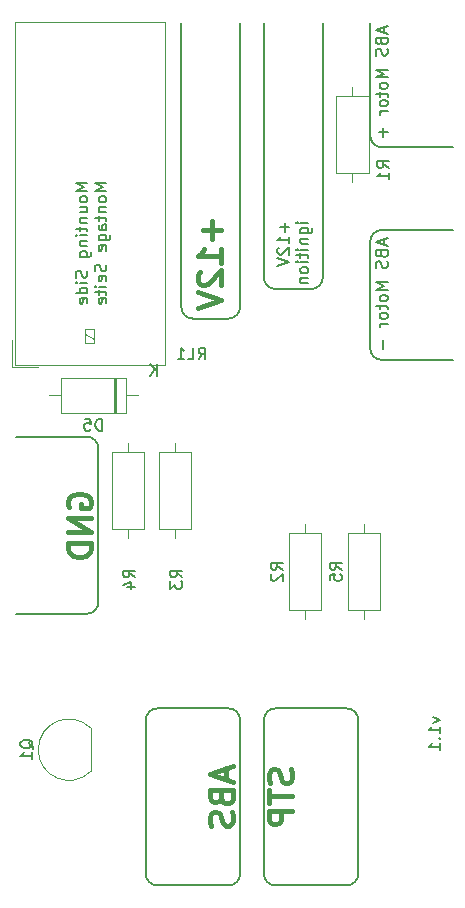
<source format=gbr>
%TF.GenerationSoftware,KiCad,Pcbnew,6.0.5*%
%TF.CreationDate,2022-09-21T01:14:06+02:00*%
%TF.ProjectId,ABS_Simulator_Panel,4142535f-5369-46d7-956c-61746f725f50,1.1*%
%TF.SameCoordinates,Original*%
%TF.FileFunction,Legend,Bot*%
%TF.FilePolarity,Positive*%
%FSLAX46Y46*%
G04 Gerber Fmt 4.6, Leading zero omitted, Abs format (unit mm)*
G04 Created by KiCad (PCBNEW 6.0.5) date 2022-09-21 01:14:06*
%MOMM*%
%LPD*%
G01*
G04 APERTURE LIST*
%ADD10C,0.150000*%
%ADD11C,0.200000*%
%ADD12C,0.400000*%
%ADD13C,0.120000*%
G04 APERTURE END LIST*
D10*
X86785714Y-111240357D02*
X87452380Y-111478452D01*
X86785714Y-111716547D01*
X87452380Y-112621309D02*
X87452380Y-112049880D01*
X87452380Y-112335595D02*
X86452380Y-112335595D01*
X86595238Y-112240357D01*
X86690476Y-112145119D01*
X86738095Y-112049880D01*
X87357142Y-113049880D02*
X87404761Y-113097500D01*
X87452380Y-113049880D01*
X87404761Y-113002261D01*
X87357142Y-113049880D01*
X87452380Y-113049880D01*
X87452380Y-114049880D02*
X87452380Y-113478452D01*
X87452380Y-113764166D02*
X86452380Y-113764166D01*
X86595238Y-113668928D01*
X86690476Y-113573690D01*
X86738095Y-113478452D01*
X70500000Y-111500000D02*
G75*
G03*
X69500000Y-110500000I-1000000J0D01*
G01*
X88500000Y-70000000D02*
X82500000Y-70000000D01*
X63500000Y-110500000D02*
G75*
G03*
X62500000Y-111500000I0J-1000000D01*
G01*
X73500000Y-75000000D02*
X76500000Y-75000000D01*
X81500000Y-52500000D02*
X81500000Y-62000000D01*
X65500000Y-76500000D02*
G75*
G03*
X66500000Y-77500000I1000000J0D01*
G01*
X73500000Y-110500000D02*
X79500000Y-110500000D01*
X73500000Y-125500000D02*
X79500000Y-125500000D01*
X70500000Y-52500000D02*
X70500000Y-76500000D01*
X57500000Y-102500000D02*
G75*
G03*
X58500000Y-101500000I0J1000000D01*
G01*
X63500000Y-125500000D02*
X69500000Y-125500000D01*
X70500000Y-124500000D02*
X70500000Y-111500000D01*
X73500000Y-110500000D02*
G75*
G03*
X72500000Y-111500000I0J-1000000D01*
G01*
X82500000Y-63000000D02*
X88500000Y-63000000D01*
X81500000Y-62000000D02*
G75*
G03*
X82500000Y-63000000I1000000J0D01*
G01*
X88500000Y-81000000D02*
X82500000Y-81000000D01*
X66500000Y-77500000D02*
X69500000Y-77500000D01*
X81500000Y-80000000D02*
G75*
G03*
X82500000Y-81000000I1000000J0D01*
G01*
X51500000Y-102500000D02*
X57500000Y-102500000D01*
X72500000Y-74000000D02*
G75*
G03*
X73500000Y-75000000I1000000J0D01*
G01*
X81500000Y-71000000D02*
X81500000Y-80000000D01*
X58500000Y-88500000D02*
G75*
G03*
X57500000Y-87500000I-1000000J0D01*
G01*
X80500000Y-111500000D02*
G75*
G03*
X79500000Y-110500000I-1000000J0D01*
G01*
X62500000Y-124500000D02*
G75*
G03*
X63500000Y-125500000I1000000J0D01*
G01*
X72500000Y-124500000D02*
X72500000Y-111500000D01*
X72500000Y-124500000D02*
G75*
G03*
X73500000Y-125500000I1000000J0D01*
G01*
X63500000Y-110500000D02*
X69500000Y-110500000D01*
X77500000Y-52500000D02*
X77500000Y-74000000D01*
X65500000Y-52500000D02*
X65500000Y-76500000D01*
X79500000Y-125500000D02*
G75*
G03*
X80500000Y-124500000I0J1000000D01*
G01*
X76500000Y-75000000D02*
G75*
G03*
X77500000Y-74000000I0J1000000D01*
G01*
X51500000Y-87500000D02*
X57500000Y-87500000D01*
X82500000Y-70000000D02*
G75*
G03*
X81500000Y-71000000I0J-1000000D01*
G01*
X72500000Y-52500000D02*
X72500000Y-74000000D01*
X69500000Y-125500000D02*
G75*
G03*
X70500000Y-124500000I0J1000000D01*
G01*
X58500000Y-101500000D02*
X58500000Y-88500000D01*
X69500000Y-77500000D02*
G75*
G03*
X70500000Y-76500000I0J1000000D01*
G01*
X80500000Y-124500000D02*
X80500000Y-111500000D01*
X62500000Y-124500000D02*
X62500000Y-111500000D01*
D11*
X74266428Y-69368095D02*
X74266428Y-70130000D01*
X74647380Y-69749047D02*
X73885476Y-69749047D01*
X74647380Y-71130000D02*
X74647380Y-70558571D01*
X74647380Y-70844285D02*
X73647380Y-70844285D01*
X73790238Y-70749047D01*
X73885476Y-70653809D01*
X73933095Y-70558571D01*
X73742619Y-71510952D02*
X73695000Y-71558571D01*
X73647380Y-71653809D01*
X73647380Y-71891904D01*
X73695000Y-71987142D01*
X73742619Y-72034761D01*
X73837857Y-72082380D01*
X73933095Y-72082380D01*
X74075952Y-72034761D01*
X74647380Y-71463333D01*
X74647380Y-72082380D01*
X73647380Y-72368095D02*
X74647380Y-72701428D01*
X73647380Y-73034761D01*
X76257380Y-69368095D02*
X75590714Y-69368095D01*
X75257380Y-69368095D02*
X75305000Y-69320476D01*
X75352619Y-69368095D01*
X75305000Y-69415714D01*
X75257380Y-69368095D01*
X75352619Y-69368095D01*
X75590714Y-70272857D02*
X76400238Y-70272857D01*
X76495476Y-70225238D01*
X76543095Y-70177619D01*
X76590714Y-70082380D01*
X76590714Y-69939523D01*
X76543095Y-69844285D01*
X76209761Y-70272857D02*
X76257380Y-70177619D01*
X76257380Y-69987142D01*
X76209761Y-69891904D01*
X76162142Y-69844285D01*
X76066904Y-69796666D01*
X75781190Y-69796666D01*
X75685952Y-69844285D01*
X75638333Y-69891904D01*
X75590714Y-69987142D01*
X75590714Y-70177619D01*
X75638333Y-70272857D01*
X75590714Y-70749047D02*
X76257380Y-70749047D01*
X75685952Y-70749047D02*
X75638333Y-70796666D01*
X75590714Y-70891904D01*
X75590714Y-71034761D01*
X75638333Y-71130000D01*
X75733571Y-71177619D01*
X76257380Y-71177619D01*
X76257380Y-71653809D02*
X75590714Y-71653809D01*
X75257380Y-71653809D02*
X75305000Y-71606190D01*
X75352619Y-71653809D01*
X75305000Y-71701428D01*
X75257380Y-71653809D01*
X75352619Y-71653809D01*
X75590714Y-71987142D02*
X75590714Y-72368095D01*
X75257380Y-72130000D02*
X76114523Y-72130000D01*
X76209761Y-72177619D01*
X76257380Y-72272857D01*
X76257380Y-72368095D01*
X76257380Y-72701428D02*
X75590714Y-72701428D01*
X75257380Y-72701428D02*
X75305000Y-72653809D01*
X75352619Y-72701428D01*
X75305000Y-72749047D01*
X75257380Y-72701428D01*
X75352619Y-72701428D01*
X76257380Y-73320476D02*
X76209761Y-73225238D01*
X76162142Y-73177619D01*
X76066904Y-73130000D01*
X75781190Y-73130000D01*
X75685952Y-73177619D01*
X75638333Y-73225238D01*
X75590714Y-73320476D01*
X75590714Y-73463333D01*
X75638333Y-73558571D01*
X75685952Y-73606190D01*
X75781190Y-73653809D01*
X76066904Y-73653809D01*
X76162142Y-73606190D01*
X76209761Y-73558571D01*
X76257380Y-73463333D01*
X76257380Y-73320476D01*
X75590714Y-74082380D02*
X76257380Y-74082380D01*
X75685952Y-74082380D02*
X75638333Y-74130000D01*
X75590714Y-74225238D01*
X75590714Y-74368095D01*
X75638333Y-74463333D01*
X75733571Y-74510952D01*
X76257380Y-74510952D01*
D12*
X56000000Y-93476190D02*
X55904761Y-93285714D01*
X55904761Y-93000000D01*
X56000000Y-92714285D01*
X56190476Y-92523809D01*
X56380952Y-92428571D01*
X56761904Y-92333333D01*
X57047619Y-92333333D01*
X57428571Y-92428571D01*
X57619047Y-92523809D01*
X57809523Y-92714285D01*
X57904761Y-93000000D01*
X57904761Y-93190476D01*
X57809523Y-93476190D01*
X57714285Y-93571428D01*
X57047619Y-93571428D01*
X57047619Y-93190476D01*
X57904761Y-94428571D02*
X55904761Y-94428571D01*
X57904761Y-95571428D01*
X55904761Y-95571428D01*
X57904761Y-96523809D02*
X55904761Y-96523809D01*
X55904761Y-97000000D01*
X56000000Y-97285714D01*
X56190476Y-97476190D01*
X56380952Y-97571428D01*
X56761904Y-97666666D01*
X57047619Y-97666666D01*
X57428571Y-97571428D01*
X57619047Y-97476190D01*
X57809523Y-97285714D01*
X57904761Y-97000000D01*
X57904761Y-96523809D01*
X69333333Y-115571428D02*
X69333333Y-116523809D01*
X69904761Y-115380952D02*
X67904761Y-116047619D01*
X69904761Y-116714285D01*
X68857142Y-118047619D02*
X68952380Y-118333333D01*
X69047619Y-118428571D01*
X69238095Y-118523809D01*
X69523809Y-118523809D01*
X69714285Y-118428571D01*
X69809523Y-118333333D01*
X69904761Y-118142857D01*
X69904761Y-117380952D01*
X67904761Y-117380952D01*
X67904761Y-118047619D01*
X68000000Y-118238095D01*
X68095238Y-118333333D01*
X68285714Y-118428571D01*
X68476190Y-118428571D01*
X68666666Y-118333333D01*
X68761904Y-118238095D01*
X68857142Y-118047619D01*
X68857142Y-117380952D01*
X69809523Y-119285714D02*
X69904761Y-119571428D01*
X69904761Y-120047619D01*
X69809523Y-120238095D01*
X69714285Y-120333333D01*
X69523809Y-120428571D01*
X69333333Y-120428571D01*
X69142857Y-120333333D01*
X69047619Y-120238095D01*
X68952380Y-120047619D01*
X68857142Y-119666666D01*
X68761904Y-119476190D01*
X68666666Y-119380952D01*
X68476190Y-119285714D01*
X68285714Y-119285714D01*
X68095238Y-119380952D01*
X68000000Y-119476190D01*
X67904761Y-119666666D01*
X67904761Y-120142857D01*
X68000000Y-120428571D01*
D11*
X82688329Y-70804128D02*
X82688329Y-71280318D01*
X82974043Y-70708890D02*
X81974043Y-71042223D01*
X82974043Y-71375556D01*
X82450234Y-72042223D02*
X82497853Y-72185080D01*
X82545472Y-72232699D01*
X82640710Y-72280318D01*
X82783567Y-72280318D01*
X82878805Y-72232699D01*
X82926424Y-72185080D01*
X82974043Y-72089842D01*
X82974043Y-71708890D01*
X81974043Y-71708890D01*
X81974043Y-72042223D01*
X82021663Y-72137461D01*
X82069282Y-72185080D01*
X82164520Y-72232699D01*
X82259758Y-72232699D01*
X82354996Y-72185080D01*
X82402615Y-72137461D01*
X82450234Y-72042223D01*
X82450234Y-71708890D01*
X82926424Y-72661271D02*
X82974043Y-72804128D01*
X82974043Y-73042223D01*
X82926424Y-73137461D01*
X82878805Y-73185080D01*
X82783567Y-73232699D01*
X82688329Y-73232699D01*
X82593091Y-73185080D01*
X82545472Y-73137461D01*
X82497853Y-73042223D01*
X82450234Y-72851747D01*
X82402615Y-72756509D01*
X82354996Y-72708890D01*
X82259758Y-72661271D01*
X82164520Y-72661271D01*
X82069282Y-72708890D01*
X82021663Y-72756509D01*
X81974043Y-72851747D01*
X81974043Y-73089842D01*
X82021663Y-73232699D01*
X82974043Y-74423175D02*
X81974043Y-74423175D01*
X82688329Y-74756509D01*
X81974043Y-75089842D01*
X82974043Y-75089842D01*
X82974043Y-75708890D02*
X82926424Y-75613652D01*
X82878805Y-75566033D01*
X82783567Y-75518414D01*
X82497853Y-75518414D01*
X82402615Y-75566033D01*
X82354996Y-75613652D01*
X82307377Y-75708890D01*
X82307377Y-75851747D01*
X82354996Y-75946985D01*
X82402615Y-75994604D01*
X82497853Y-76042223D01*
X82783567Y-76042223D01*
X82878805Y-75994604D01*
X82926424Y-75946985D01*
X82974043Y-75851747D01*
X82974043Y-75708890D01*
X82307377Y-76327937D02*
X82307377Y-76708890D01*
X81974043Y-76470795D02*
X82831186Y-76470795D01*
X82926424Y-76518414D01*
X82974043Y-76613652D01*
X82974043Y-76708890D01*
X82974043Y-77185080D02*
X82926424Y-77089842D01*
X82878805Y-77042223D01*
X82783567Y-76994604D01*
X82497853Y-76994604D01*
X82402615Y-77042223D01*
X82354996Y-77089842D01*
X82307377Y-77185080D01*
X82307377Y-77327937D01*
X82354996Y-77423175D01*
X82402615Y-77470795D01*
X82497853Y-77518414D01*
X82783567Y-77518414D01*
X82878805Y-77470795D01*
X82926424Y-77423175D01*
X82974043Y-77327937D01*
X82974043Y-77185080D01*
X82974043Y-77946985D02*
X82307377Y-77946985D01*
X82497853Y-77946985D02*
X82402615Y-77994604D01*
X82354996Y-78042223D01*
X82307377Y-78137461D01*
X82307377Y-78232699D01*
X82593091Y-79327937D02*
X82593091Y-80089842D01*
D12*
X74809523Y-115666666D02*
X74904761Y-115952380D01*
X74904761Y-116428571D01*
X74809523Y-116619047D01*
X74714285Y-116714285D01*
X74523809Y-116809523D01*
X74333333Y-116809523D01*
X74142857Y-116714285D01*
X74047619Y-116619047D01*
X73952380Y-116428571D01*
X73857142Y-116047619D01*
X73761904Y-115857142D01*
X73666666Y-115761904D01*
X73476190Y-115666666D01*
X73285714Y-115666666D01*
X73095238Y-115761904D01*
X73000000Y-115857142D01*
X72904761Y-116047619D01*
X72904761Y-116523809D01*
X73000000Y-116809523D01*
X72904761Y-117380952D02*
X72904761Y-118523809D01*
X74904761Y-117952380D02*
X72904761Y-117952380D01*
X74904761Y-119190476D02*
X72904761Y-119190476D01*
X72904761Y-119952380D01*
X73000000Y-120142857D01*
X73095238Y-120238095D01*
X73285714Y-120333333D01*
X73571428Y-120333333D01*
X73761904Y-120238095D01*
X73857142Y-120142857D01*
X73952380Y-119952380D01*
X73952380Y-119190476D01*
D11*
X82688329Y-52804128D02*
X82688329Y-53280318D01*
X82974043Y-52708890D02*
X81974043Y-53042223D01*
X82974043Y-53375556D01*
X82450234Y-54042223D02*
X82497853Y-54185080D01*
X82545472Y-54232699D01*
X82640710Y-54280318D01*
X82783567Y-54280318D01*
X82878805Y-54232699D01*
X82926424Y-54185080D01*
X82974043Y-54089842D01*
X82974043Y-53708890D01*
X81974043Y-53708890D01*
X81974043Y-54042223D01*
X82021663Y-54137461D01*
X82069282Y-54185080D01*
X82164520Y-54232699D01*
X82259758Y-54232699D01*
X82354996Y-54185080D01*
X82402615Y-54137461D01*
X82450234Y-54042223D01*
X82450234Y-53708890D01*
X82926424Y-54661271D02*
X82974043Y-54804128D01*
X82974043Y-55042223D01*
X82926424Y-55137461D01*
X82878805Y-55185080D01*
X82783567Y-55232699D01*
X82688329Y-55232699D01*
X82593091Y-55185080D01*
X82545472Y-55137461D01*
X82497853Y-55042223D01*
X82450234Y-54851747D01*
X82402615Y-54756509D01*
X82354996Y-54708890D01*
X82259758Y-54661271D01*
X82164520Y-54661271D01*
X82069282Y-54708890D01*
X82021663Y-54756509D01*
X81974043Y-54851747D01*
X81974043Y-55089842D01*
X82021663Y-55232699D01*
X82974043Y-56423175D02*
X81974043Y-56423175D01*
X82688329Y-56756509D01*
X81974043Y-57089842D01*
X82974043Y-57089842D01*
X82974043Y-57708890D02*
X82926424Y-57613652D01*
X82878805Y-57566033D01*
X82783567Y-57518414D01*
X82497853Y-57518414D01*
X82402615Y-57566033D01*
X82354996Y-57613652D01*
X82307377Y-57708890D01*
X82307377Y-57851747D01*
X82354996Y-57946985D01*
X82402615Y-57994604D01*
X82497853Y-58042223D01*
X82783567Y-58042223D01*
X82878805Y-57994604D01*
X82926424Y-57946985D01*
X82974043Y-57851747D01*
X82974043Y-57708890D01*
X82307377Y-58327937D02*
X82307377Y-58708890D01*
X81974043Y-58470795D02*
X82831186Y-58470795D01*
X82926424Y-58518414D01*
X82974043Y-58613652D01*
X82974043Y-58708890D01*
X82974043Y-59185080D02*
X82926424Y-59089842D01*
X82878805Y-59042223D01*
X82783567Y-58994604D01*
X82497853Y-58994604D01*
X82402615Y-59042223D01*
X82354996Y-59089842D01*
X82307377Y-59185080D01*
X82307377Y-59327937D01*
X82354996Y-59423175D01*
X82402615Y-59470795D01*
X82497853Y-59518414D01*
X82783567Y-59518414D01*
X82878805Y-59470795D01*
X82926424Y-59423175D01*
X82974043Y-59327937D01*
X82974043Y-59185080D01*
X82974043Y-59946985D02*
X82307377Y-59946985D01*
X82497853Y-59946985D02*
X82402615Y-59994604D01*
X82354996Y-60042223D01*
X82307377Y-60137461D01*
X82307377Y-60232699D01*
X82593091Y-61327937D02*
X82593091Y-62089842D01*
X82974043Y-61708890D02*
X82212139Y-61708890D01*
D10*
X57567380Y-66024761D02*
X56567380Y-66024761D01*
X57281666Y-66358095D01*
X56567380Y-66691428D01*
X57567380Y-66691428D01*
X57567380Y-67310476D02*
X57519761Y-67215238D01*
X57472142Y-67167619D01*
X57376904Y-67120000D01*
X57091190Y-67120000D01*
X56995952Y-67167619D01*
X56948333Y-67215238D01*
X56900714Y-67310476D01*
X56900714Y-67453333D01*
X56948333Y-67548571D01*
X56995952Y-67596190D01*
X57091190Y-67643809D01*
X57376904Y-67643809D01*
X57472142Y-67596190D01*
X57519761Y-67548571D01*
X57567380Y-67453333D01*
X57567380Y-67310476D01*
X56900714Y-68500952D02*
X57567380Y-68500952D01*
X56900714Y-68072380D02*
X57424523Y-68072380D01*
X57519761Y-68120000D01*
X57567380Y-68215238D01*
X57567380Y-68358095D01*
X57519761Y-68453333D01*
X57472142Y-68500952D01*
X56900714Y-68977142D02*
X57567380Y-68977142D01*
X56995952Y-68977142D02*
X56948333Y-69024761D01*
X56900714Y-69120000D01*
X56900714Y-69262857D01*
X56948333Y-69358095D01*
X57043571Y-69405714D01*
X57567380Y-69405714D01*
X56900714Y-69739047D02*
X56900714Y-70120000D01*
X56567380Y-69881904D02*
X57424523Y-69881904D01*
X57519761Y-69929523D01*
X57567380Y-70024761D01*
X57567380Y-70120000D01*
X57567380Y-70453333D02*
X56900714Y-70453333D01*
X56567380Y-70453333D02*
X56615000Y-70405714D01*
X56662619Y-70453333D01*
X56615000Y-70500952D01*
X56567380Y-70453333D01*
X56662619Y-70453333D01*
X56900714Y-70929523D02*
X57567380Y-70929523D01*
X56995952Y-70929523D02*
X56948333Y-70977142D01*
X56900714Y-71072380D01*
X56900714Y-71215238D01*
X56948333Y-71310476D01*
X57043571Y-71358095D01*
X57567380Y-71358095D01*
X56900714Y-72262857D02*
X57710238Y-72262857D01*
X57805476Y-72215238D01*
X57853095Y-72167619D01*
X57900714Y-72072380D01*
X57900714Y-71929523D01*
X57853095Y-71834285D01*
X57519761Y-72262857D02*
X57567380Y-72167619D01*
X57567380Y-71977142D01*
X57519761Y-71881904D01*
X57472142Y-71834285D01*
X57376904Y-71786666D01*
X57091190Y-71786666D01*
X56995952Y-71834285D01*
X56948333Y-71881904D01*
X56900714Y-71977142D01*
X56900714Y-72167619D01*
X56948333Y-72262857D01*
X57519761Y-73453333D02*
X57567380Y-73596190D01*
X57567380Y-73834285D01*
X57519761Y-73929523D01*
X57472142Y-73977142D01*
X57376904Y-74024761D01*
X57281666Y-74024761D01*
X57186428Y-73977142D01*
X57138809Y-73929523D01*
X57091190Y-73834285D01*
X57043571Y-73643809D01*
X56995952Y-73548571D01*
X56948333Y-73500952D01*
X56853095Y-73453333D01*
X56757857Y-73453333D01*
X56662619Y-73500952D01*
X56615000Y-73548571D01*
X56567380Y-73643809D01*
X56567380Y-73881904D01*
X56615000Y-74024761D01*
X57567380Y-74453333D02*
X56900714Y-74453333D01*
X56567380Y-74453333D02*
X56615000Y-74405714D01*
X56662619Y-74453333D01*
X56615000Y-74500952D01*
X56567380Y-74453333D01*
X56662619Y-74453333D01*
X57567380Y-75358095D02*
X56567380Y-75358095D01*
X57519761Y-75358095D02*
X57567380Y-75262857D01*
X57567380Y-75072380D01*
X57519761Y-74977142D01*
X57472142Y-74929523D01*
X57376904Y-74881904D01*
X57091190Y-74881904D01*
X56995952Y-74929523D01*
X56948333Y-74977142D01*
X56900714Y-75072380D01*
X56900714Y-75262857D01*
X56948333Y-75358095D01*
X57519761Y-76215238D02*
X57567380Y-76120000D01*
X57567380Y-75929523D01*
X57519761Y-75834285D01*
X57424523Y-75786666D01*
X57043571Y-75786666D01*
X56948333Y-75834285D01*
X56900714Y-75929523D01*
X56900714Y-76120000D01*
X56948333Y-76215238D01*
X57043571Y-76262857D01*
X57138809Y-76262857D01*
X57234047Y-75786666D01*
X59177380Y-66024761D02*
X58177380Y-66024761D01*
X58891666Y-66358095D01*
X58177380Y-66691428D01*
X59177380Y-66691428D01*
X59177380Y-67310476D02*
X59129761Y-67215238D01*
X59082142Y-67167619D01*
X58986904Y-67120000D01*
X58701190Y-67120000D01*
X58605952Y-67167619D01*
X58558333Y-67215238D01*
X58510714Y-67310476D01*
X58510714Y-67453333D01*
X58558333Y-67548571D01*
X58605952Y-67596190D01*
X58701190Y-67643809D01*
X58986904Y-67643809D01*
X59082142Y-67596190D01*
X59129761Y-67548571D01*
X59177380Y-67453333D01*
X59177380Y-67310476D01*
X58510714Y-68072380D02*
X59177380Y-68072380D01*
X58605952Y-68072380D02*
X58558333Y-68120000D01*
X58510714Y-68215238D01*
X58510714Y-68358095D01*
X58558333Y-68453333D01*
X58653571Y-68500952D01*
X59177380Y-68500952D01*
X58510714Y-68834285D02*
X58510714Y-69215238D01*
X58177380Y-68977142D02*
X59034523Y-68977142D01*
X59129761Y-69024761D01*
X59177380Y-69120000D01*
X59177380Y-69215238D01*
X59177380Y-69977142D02*
X58653571Y-69977142D01*
X58558333Y-69929523D01*
X58510714Y-69834285D01*
X58510714Y-69643809D01*
X58558333Y-69548571D01*
X59129761Y-69977142D02*
X59177380Y-69881904D01*
X59177380Y-69643809D01*
X59129761Y-69548571D01*
X59034523Y-69500952D01*
X58939285Y-69500952D01*
X58844047Y-69548571D01*
X58796428Y-69643809D01*
X58796428Y-69881904D01*
X58748809Y-69977142D01*
X58510714Y-70881904D02*
X59320238Y-70881904D01*
X59415476Y-70834285D01*
X59463095Y-70786666D01*
X59510714Y-70691428D01*
X59510714Y-70548571D01*
X59463095Y-70453333D01*
X59129761Y-70881904D02*
X59177380Y-70786666D01*
X59177380Y-70596190D01*
X59129761Y-70500952D01*
X59082142Y-70453333D01*
X58986904Y-70405714D01*
X58701190Y-70405714D01*
X58605952Y-70453333D01*
X58558333Y-70500952D01*
X58510714Y-70596190D01*
X58510714Y-70786666D01*
X58558333Y-70881904D01*
X59129761Y-71739047D02*
X59177380Y-71643809D01*
X59177380Y-71453333D01*
X59129761Y-71358095D01*
X59034523Y-71310476D01*
X58653571Y-71310476D01*
X58558333Y-71358095D01*
X58510714Y-71453333D01*
X58510714Y-71643809D01*
X58558333Y-71739047D01*
X58653571Y-71786666D01*
X58748809Y-71786666D01*
X58844047Y-71310476D01*
X59129761Y-72929523D02*
X59177380Y-73072380D01*
X59177380Y-73310476D01*
X59129761Y-73405714D01*
X59082142Y-73453333D01*
X58986904Y-73500952D01*
X58891666Y-73500952D01*
X58796428Y-73453333D01*
X58748809Y-73405714D01*
X58701190Y-73310476D01*
X58653571Y-73120000D01*
X58605952Y-73024761D01*
X58558333Y-72977142D01*
X58463095Y-72929523D01*
X58367857Y-72929523D01*
X58272619Y-72977142D01*
X58225000Y-73024761D01*
X58177380Y-73120000D01*
X58177380Y-73358095D01*
X58225000Y-73500952D01*
X59129761Y-74310476D02*
X59177380Y-74215238D01*
X59177380Y-74024761D01*
X59129761Y-73929523D01*
X59034523Y-73881904D01*
X58653571Y-73881904D01*
X58558333Y-73929523D01*
X58510714Y-74024761D01*
X58510714Y-74215238D01*
X58558333Y-74310476D01*
X58653571Y-74358095D01*
X58748809Y-74358095D01*
X58844047Y-73881904D01*
X59177380Y-74786666D02*
X58510714Y-74786666D01*
X58177380Y-74786666D02*
X58225000Y-74739047D01*
X58272619Y-74786666D01*
X58225000Y-74834285D01*
X58177380Y-74786666D01*
X58272619Y-74786666D01*
X58510714Y-75120000D02*
X58510714Y-75500952D01*
X58177380Y-75262857D02*
X59034523Y-75262857D01*
X59129761Y-75310476D01*
X59177380Y-75405714D01*
X59177380Y-75500952D01*
X59129761Y-76215238D02*
X59177380Y-76120000D01*
X59177380Y-75929523D01*
X59129761Y-75834285D01*
X59034523Y-75786666D01*
X58653571Y-75786666D01*
X58558333Y-75834285D01*
X58510714Y-75929523D01*
X58510714Y-76120000D01*
X58558333Y-76215238D01*
X58653571Y-76262857D01*
X58748809Y-76262857D01*
X58844047Y-75786666D01*
D12*
X68142857Y-69236190D02*
X68142857Y-70760000D01*
X68904761Y-69998095D02*
X67380952Y-69998095D01*
X68904761Y-72760000D02*
X68904761Y-71617142D01*
X68904761Y-72188571D02*
X66904761Y-72188571D01*
X67190476Y-71998095D01*
X67380952Y-71807619D01*
X67476190Y-71617142D01*
X67095238Y-73521904D02*
X67000000Y-73617142D01*
X66904761Y-73807619D01*
X66904761Y-74283809D01*
X67000000Y-74474285D01*
X67095238Y-74569523D01*
X67285714Y-74664761D01*
X67476190Y-74664761D01*
X67761904Y-74569523D01*
X68904761Y-73426666D01*
X68904761Y-74664761D01*
X66904761Y-75236190D02*
X68904761Y-75902857D01*
X66904761Y-76569523D01*
D10*
%TO.C,R4*%
X61582380Y-99413333D02*
X61106190Y-99080000D01*
X61582380Y-98841904D02*
X60582380Y-98841904D01*
X60582380Y-99222857D01*
X60630000Y-99318095D01*
X60677619Y-99365714D01*
X60772857Y-99413333D01*
X60915714Y-99413333D01*
X61010952Y-99365714D01*
X61058571Y-99318095D01*
X61106190Y-99222857D01*
X61106190Y-98841904D01*
X60915714Y-100270476D02*
X61582380Y-100270476D01*
X60534761Y-100032380D02*
X61249047Y-99794285D01*
X61249047Y-100413333D01*
%TO.C,Q1*%
X52987619Y-113904761D02*
X52940000Y-113809523D01*
X52844761Y-113714285D01*
X52701904Y-113571428D01*
X52654285Y-113476190D01*
X52654285Y-113380952D01*
X52892380Y-113428571D02*
X52844761Y-113333333D01*
X52749523Y-113238095D01*
X52559047Y-113190476D01*
X52225714Y-113190476D01*
X52035238Y-113238095D01*
X51940000Y-113333333D01*
X51892380Y-113428571D01*
X51892380Y-113619047D01*
X51940000Y-113714285D01*
X52035238Y-113809523D01*
X52225714Y-113857142D01*
X52559047Y-113857142D01*
X52749523Y-113809523D01*
X52844761Y-113714285D01*
X52892380Y-113619047D01*
X52892380Y-113428571D01*
X52892380Y-114809523D02*
X52892380Y-114238095D01*
X52892380Y-114523809D02*
X51892380Y-114523809D01*
X52035238Y-114428571D01*
X52130476Y-114333333D01*
X52178095Y-114238095D01*
%TO.C,R2*%
X74082380Y-98753333D02*
X73606190Y-98420000D01*
X74082380Y-98181904D02*
X73082380Y-98181904D01*
X73082380Y-98562857D01*
X73130000Y-98658095D01*
X73177619Y-98705714D01*
X73272857Y-98753333D01*
X73415714Y-98753333D01*
X73510952Y-98705714D01*
X73558571Y-98658095D01*
X73606190Y-98562857D01*
X73606190Y-98181904D01*
X73177619Y-99134285D02*
X73130000Y-99181904D01*
X73082380Y-99277142D01*
X73082380Y-99515238D01*
X73130000Y-99610476D01*
X73177619Y-99658095D01*
X73272857Y-99705714D01*
X73368095Y-99705714D01*
X73510952Y-99658095D01*
X74082380Y-99086666D01*
X74082380Y-99705714D01*
%TO.C,R5*%
X79082380Y-98753333D02*
X78606190Y-98420000D01*
X79082380Y-98181904D02*
X78082380Y-98181904D01*
X78082380Y-98562857D01*
X78130000Y-98658095D01*
X78177619Y-98705714D01*
X78272857Y-98753333D01*
X78415714Y-98753333D01*
X78510952Y-98705714D01*
X78558571Y-98658095D01*
X78606190Y-98562857D01*
X78606190Y-98181904D01*
X78082380Y-99658095D02*
X78082380Y-99181904D01*
X78558571Y-99134285D01*
X78510952Y-99181904D01*
X78463333Y-99277142D01*
X78463333Y-99515238D01*
X78510952Y-99610476D01*
X78558571Y-99658095D01*
X78653809Y-99705714D01*
X78891904Y-99705714D01*
X78987142Y-99658095D01*
X79034761Y-99610476D01*
X79082380Y-99515238D01*
X79082380Y-99277142D01*
X79034761Y-99181904D01*
X78987142Y-99134285D01*
%TO.C,D5*%
X58818095Y-86982380D02*
X58818095Y-85982380D01*
X58580000Y-85982380D01*
X58437142Y-86030000D01*
X58341904Y-86125238D01*
X58294285Y-86220476D01*
X58246666Y-86410952D01*
X58246666Y-86553809D01*
X58294285Y-86744285D01*
X58341904Y-86839523D01*
X58437142Y-86934761D01*
X58580000Y-86982380D01*
X58818095Y-86982380D01*
X57341904Y-85982380D02*
X57818095Y-85982380D01*
X57865714Y-86458571D01*
X57818095Y-86410952D01*
X57722857Y-86363333D01*
X57484761Y-86363333D01*
X57389523Y-86410952D01*
X57341904Y-86458571D01*
X57294285Y-86553809D01*
X57294285Y-86791904D01*
X57341904Y-86887142D01*
X57389523Y-86934761D01*
X57484761Y-86982380D01*
X57722857Y-86982380D01*
X57818095Y-86934761D01*
X57865714Y-86887142D01*
X63421904Y-82352380D02*
X63421904Y-81352380D01*
X62850476Y-82352380D02*
X63279047Y-81780952D01*
X62850476Y-81352380D02*
X63421904Y-81923809D01*
%TO.C,R1*%
X83082380Y-64753333D02*
X82606190Y-64420000D01*
X83082380Y-64181904D02*
X82082380Y-64181904D01*
X82082380Y-64562857D01*
X82130000Y-64658095D01*
X82177619Y-64705714D01*
X82272857Y-64753333D01*
X82415714Y-64753333D01*
X82510952Y-64705714D01*
X82558571Y-64658095D01*
X82606190Y-64562857D01*
X82606190Y-64181904D01*
X83082380Y-65705714D02*
X83082380Y-65134285D01*
X83082380Y-65420000D02*
X82082380Y-65420000D01*
X82225238Y-65324761D01*
X82320476Y-65229523D01*
X82368095Y-65134285D01*
%TO.C,R3*%
X65582380Y-99413333D02*
X65106190Y-99080000D01*
X65582380Y-98841904D02*
X64582380Y-98841904D01*
X64582380Y-99222857D01*
X64630000Y-99318095D01*
X64677619Y-99365714D01*
X64772857Y-99413333D01*
X64915714Y-99413333D01*
X65010952Y-99365714D01*
X65058571Y-99318095D01*
X65106190Y-99222857D01*
X65106190Y-98841904D01*
X64582380Y-99746666D02*
X64582380Y-100365714D01*
X64963333Y-100032380D01*
X64963333Y-100175238D01*
X65010952Y-100270476D01*
X65058571Y-100318095D01*
X65153809Y-100365714D01*
X65391904Y-100365714D01*
X65487142Y-100318095D01*
X65534761Y-100270476D01*
X65582380Y-100175238D01*
X65582380Y-99889523D01*
X65534761Y-99794285D01*
X65487142Y-99746666D01*
%TO.C,RL1*%
X66971428Y-80952380D02*
X67304761Y-80476190D01*
X67542857Y-80952380D02*
X67542857Y-79952380D01*
X67161904Y-79952380D01*
X67066666Y-80000000D01*
X67019047Y-80047619D01*
X66971428Y-80142857D01*
X66971428Y-80285714D01*
X67019047Y-80380952D01*
X67066666Y-80428571D01*
X67161904Y-80476190D01*
X67542857Y-80476190D01*
X66066666Y-80952380D02*
X66542857Y-80952380D01*
X66542857Y-79952380D01*
X65209523Y-80952380D02*
X65780952Y-80952380D01*
X65495238Y-80952380D02*
X65495238Y-79952380D01*
X65590476Y-80095238D01*
X65685714Y-80190476D01*
X65780952Y-80238095D01*
D13*
%TO.C,R4*%
X59630000Y-95350000D02*
X59630000Y-88810000D01*
X61000000Y-88040000D02*
X61000000Y-88810000D01*
X62370000Y-95350000D02*
X59630000Y-95350000D01*
X62370000Y-88810000D02*
X62370000Y-95350000D01*
X61000000Y-96120000D02*
X61000000Y-95350000D01*
X59630000Y-88810000D02*
X62370000Y-88810000D01*
%TO.C,Q1*%
X57850000Y-112200000D02*
X57850000Y-115800000D01*
X57838478Y-112161522D02*
G75*
G03*
X53400000Y-114000000I-1838478J-1838478D01*
G01*
X53399999Y-114000000D02*
G75*
G03*
X57838478Y-115838478I2600001J0D01*
G01*
%TO.C,R2*%
X77370000Y-95650000D02*
X77370000Y-102190000D01*
X74630000Y-95650000D02*
X77370000Y-95650000D01*
X77370000Y-102190000D02*
X74630000Y-102190000D01*
X74630000Y-102190000D02*
X74630000Y-95650000D01*
X76000000Y-94880000D02*
X76000000Y-95650000D01*
X76000000Y-102960000D02*
X76000000Y-102190000D01*
%TO.C,R5*%
X81000000Y-94880000D02*
X81000000Y-95650000D01*
X79630000Y-102190000D02*
X79630000Y-95650000D01*
X81000000Y-102960000D02*
X81000000Y-102190000D01*
X82370000Y-102190000D02*
X79630000Y-102190000D01*
X82370000Y-95650000D02*
X82370000Y-102190000D01*
X79630000Y-95650000D02*
X82370000Y-95650000D01*
%TO.C,D5*%
X60020000Y-82530000D02*
X60020000Y-85470000D01*
X60800000Y-85470000D02*
X55360000Y-85470000D01*
X59780000Y-82530000D02*
X59780000Y-85470000D01*
X60800000Y-82530000D02*
X60800000Y-85470000D01*
X55360000Y-85470000D02*
X55360000Y-82530000D01*
X61820000Y-84000000D02*
X60800000Y-84000000D01*
X54340000Y-84000000D02*
X55360000Y-84000000D01*
X55360000Y-82530000D02*
X60800000Y-82530000D01*
X59900000Y-82530000D02*
X59900000Y-85470000D01*
%TO.C,R1*%
X78630000Y-58650000D02*
X81370000Y-58650000D01*
X81370000Y-65190000D02*
X78630000Y-65190000D01*
X81370000Y-58650000D02*
X81370000Y-65190000D01*
X80000000Y-65960000D02*
X80000000Y-65190000D01*
X78630000Y-65190000D02*
X78630000Y-58650000D01*
X80000000Y-57880000D02*
X80000000Y-58650000D01*
%TO.C,R3*%
X66370000Y-95350000D02*
X63630000Y-95350000D01*
X63630000Y-95350000D02*
X63630000Y-88810000D01*
X63630000Y-88810000D02*
X66370000Y-88810000D01*
X65000000Y-88040000D02*
X65000000Y-88810000D01*
X65000000Y-96120000D02*
X65000000Y-95350000D01*
X66370000Y-88810000D02*
X66370000Y-95350000D01*
%TO.C,RL1*%
X51160000Y-79300000D02*
X51160000Y-81640000D01*
X58100000Y-79600000D02*
X57400000Y-79600000D01*
X57400000Y-79600000D02*
X57400000Y-78400000D01*
X64100000Y-81400000D02*
X51400000Y-81400000D01*
X58100000Y-78400000D02*
X58100000Y-79600000D01*
X51160000Y-81640000D02*
X53350000Y-81640000D01*
X57400000Y-78800000D02*
X58100000Y-79200000D01*
X57400000Y-78400000D02*
X58100000Y-78400000D01*
X64100000Y-52400000D02*
X64100000Y-81400000D01*
X51400000Y-52400000D02*
X64100000Y-52400000D01*
X51400000Y-81400000D02*
X51400000Y-52400000D01*
%TD*%
M02*

</source>
